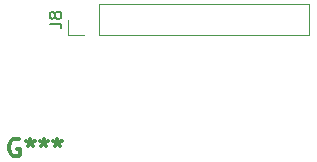
<source format=gbr>
%TF.GenerationSoftware,KiCad,Pcbnew,7.0.7*%
%TF.CreationDate,2024-01-08T08:14:38+08:00*%
%TF.ProjectId,IIDX_Cap_Controller,49494458-5f43-4617-905f-436f6e74726f,rev?*%
%TF.SameCoordinates,Original*%
%TF.FileFunction,Legend,Top*%
%TF.FilePolarity,Positive*%
%FSLAX46Y46*%
G04 Gerber Fmt 4.6, Leading zero omitted, Abs format (unit mm)*
G04 Created by KiCad (PCBNEW 7.0.7) date 2024-01-08 08:14:38*
%MOMM*%
%LPD*%
G01*
G04 APERTURE LIST*
%ADD10C,0.150000*%
%ADD11C,0.300000*%
%ADD12C,0.120000*%
G04 APERTURE END LIST*
D10*
X167024652Y-80860661D02*
X167738937Y-80860661D01*
X167738937Y-80860661D02*
X167881794Y-80908280D01*
X167881794Y-80908280D02*
X167977033Y-81003518D01*
X167977033Y-81003518D02*
X168024652Y-81146375D01*
X168024652Y-81146375D02*
X168024652Y-81241613D01*
X167453223Y-80241613D02*
X167405604Y-80336851D01*
X167405604Y-80336851D02*
X167357985Y-80384470D01*
X167357985Y-80384470D02*
X167262747Y-80432089D01*
X167262747Y-80432089D02*
X167215128Y-80432089D01*
X167215128Y-80432089D02*
X167119890Y-80384470D01*
X167119890Y-80384470D02*
X167072271Y-80336851D01*
X167072271Y-80336851D02*
X167024652Y-80241613D01*
X167024652Y-80241613D02*
X167024652Y-80051137D01*
X167024652Y-80051137D02*
X167072271Y-79955899D01*
X167072271Y-79955899D02*
X167119890Y-79908280D01*
X167119890Y-79908280D02*
X167215128Y-79860661D01*
X167215128Y-79860661D02*
X167262747Y-79860661D01*
X167262747Y-79860661D02*
X167357985Y-79908280D01*
X167357985Y-79908280D02*
X167405604Y-79955899D01*
X167405604Y-79955899D02*
X167453223Y-80051137D01*
X167453223Y-80051137D02*
X167453223Y-80241613D01*
X167453223Y-80241613D02*
X167500842Y-80336851D01*
X167500842Y-80336851D02*
X167548461Y-80384470D01*
X167548461Y-80384470D02*
X167643699Y-80432089D01*
X167643699Y-80432089D02*
X167834175Y-80432089D01*
X167834175Y-80432089D02*
X167929413Y-80384470D01*
X167929413Y-80384470D02*
X167977033Y-80336851D01*
X167977033Y-80336851D02*
X168024652Y-80241613D01*
X168024652Y-80241613D02*
X168024652Y-80051137D01*
X168024652Y-80051137D02*
X167977033Y-79955899D01*
X167977033Y-79955899D02*
X167929413Y-79908280D01*
X167929413Y-79908280D02*
X167834175Y-79860661D01*
X167834175Y-79860661D02*
X167643699Y-79860661D01*
X167643699Y-79860661D02*
X167548461Y-79908280D01*
X167548461Y-79908280D02*
X167500842Y-79955899D01*
X167500842Y-79955899D02*
X167453223Y-80051137D01*
D11*
X164465829Y-90661044D02*
X164322972Y-90589615D01*
X164322972Y-90589615D02*
X164108686Y-90589615D01*
X164108686Y-90589615D02*
X163894400Y-90661044D01*
X163894400Y-90661044D02*
X163751543Y-90803901D01*
X163751543Y-90803901D02*
X163680114Y-90946758D01*
X163680114Y-90946758D02*
X163608686Y-91232472D01*
X163608686Y-91232472D02*
X163608686Y-91446758D01*
X163608686Y-91446758D02*
X163680114Y-91732472D01*
X163680114Y-91732472D02*
X163751543Y-91875329D01*
X163751543Y-91875329D02*
X163894400Y-92018187D01*
X163894400Y-92018187D02*
X164108686Y-92089615D01*
X164108686Y-92089615D02*
X164251543Y-92089615D01*
X164251543Y-92089615D02*
X164465829Y-92018187D01*
X164465829Y-92018187D02*
X164537257Y-91946758D01*
X164537257Y-91946758D02*
X164537257Y-91446758D01*
X164537257Y-91446758D02*
X164251543Y-91446758D01*
X165394400Y-90589615D02*
X165394400Y-90946758D01*
X165037257Y-90803901D02*
X165394400Y-90946758D01*
X165394400Y-90946758D02*
X165751543Y-90803901D01*
X165180114Y-91232472D02*
X165394400Y-90946758D01*
X165394400Y-90946758D02*
X165608686Y-91232472D01*
X166537257Y-90589615D02*
X166537257Y-90946758D01*
X166180114Y-90803901D02*
X166537257Y-90946758D01*
X166537257Y-90946758D02*
X166894400Y-90803901D01*
X166322971Y-91232472D02*
X166537257Y-90946758D01*
X166537257Y-90946758D02*
X166751543Y-91232472D01*
X167680114Y-90589615D02*
X167680114Y-90946758D01*
X167322971Y-90803901D02*
X167680114Y-90946758D01*
X167680114Y-90946758D02*
X168037257Y-90803901D01*
X167465828Y-91232472D02*
X167680114Y-90946758D01*
X167680114Y-90946758D02*
X167894400Y-91232472D01*
D12*
%TO.C,J8*%
X168569833Y-81857328D02*
X168569833Y-80527328D01*
X169899833Y-81857328D02*
X168569833Y-81857328D01*
X171169833Y-81857328D02*
X189009833Y-81857328D01*
X171169833Y-81857328D02*
X171169833Y-79197328D01*
X189009833Y-81857328D02*
X189009833Y-79197328D01*
X171169833Y-79197328D02*
X189009833Y-79197328D01*
%TD*%
M02*

</source>
